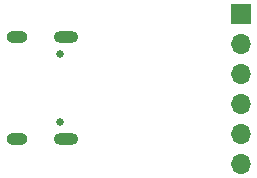
<source format=gbr>
%TF.GenerationSoftware,KiCad,Pcbnew,7.0.7*%
%TF.CreationDate,2024-05-21T12:30:45-04:00*%
%TF.ProjectId,CH340E_USB_UART,43483334-3045-45f5-9553-425f55415254,rev?*%
%TF.SameCoordinates,Original*%
%TF.FileFunction,Soldermask,Bot*%
%TF.FilePolarity,Negative*%
%FSLAX46Y46*%
G04 Gerber Fmt 4.6, Leading zero omitted, Abs format (unit mm)*
G04 Created by KiCad (PCBNEW 7.0.7) date 2024-05-21 12:30:45*
%MOMM*%
%LPD*%
G01*
G04 APERTURE LIST*
%ADD10C,0.650000*%
%ADD11O,2.100000X1.000000*%
%ADD12O,1.800000X1.000000*%
%ADD13R,1.700000X1.700000*%
%ADD14O,1.700000X1.700000*%
G04 APERTURE END LIST*
D10*
%TO.C,P1*%
X139605000Y-100790000D03*
X139605000Y-106570000D03*
D11*
X140125000Y-99360000D03*
D12*
X135925000Y-99360000D03*
D11*
X140125000Y-108000000D03*
D12*
X135925000Y-108000000D03*
%TD*%
D13*
%TO.C,J1*%
X154940000Y-97409000D03*
D14*
X154940000Y-99949000D03*
X154940000Y-102489000D03*
X154940000Y-105029000D03*
X154940000Y-107569000D03*
X154940000Y-110109000D03*
%TD*%
M02*

</source>
